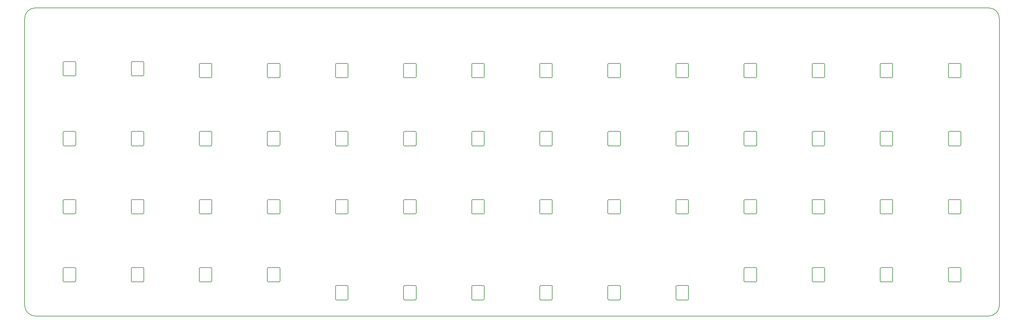
<source format=gko>
G04 #@! TF.GenerationSoftware,KiCad,Pcbnew,(5.0.2-4-g3082e92af)*
G04 #@! TF.CreationDate,2019-03-04T22:38:37+01:00*
G04 #@! TF.ProjectId,ortho56,6f727468-6f35-4362-9e6b-696361645f70,rev?*
G04 #@! TF.SameCoordinates,Original*
G04 #@! TF.FileFunction,Profile,NP*
%FSLAX46Y46*%
G04 Gerber Fmt 4.6, Leading zero omitted, Abs format (unit mm)*
G04 Created by KiCad (PCBNEW (5.0.2-4-g3082e92af)) date 2019 March 04, Monday 22:38:37*
%MOMM*%
%LPD*%
G01*
G04 APERTURE LIST*
%ADD10C,0.150000*%
G04 #@! TA.AperFunction,NonConductor*
%ADD11C,0.150000*%
G04 #@! TD*
G04 APERTURE END LIST*
D10*
X15832500Y-17771250D02*
X281832500Y-17771250D01*
X12832500Y-100771250D02*
X12832500Y-20771250D01*
X281832500Y-103771250D02*
X15832500Y-103771250D01*
X284832500Y-20771250D02*
X284832500Y-100771250D01*
X12832500Y-20771250D02*
G75*
G02X15832500Y-17771250I3000000J0D01*
G01*
X281832500Y-17771250D02*
G75*
G02X284832500Y-20771250I0J-3000000D01*
G01*
X15832500Y-103771250D02*
G75*
G02X12832500Y-100771250I0J3000000D01*
G01*
X284832500Y-100771250D02*
G75*
G02X281832500Y-103771250I-3000000J0D01*
G01*
D11*
G04 #@! TO.C,L25*
X141082500Y-36971250D02*
X141082500Y-33521250D01*
X137882500Y-37271250D02*
X140782500Y-37271250D01*
X137582500Y-33521250D02*
X137582500Y-36971250D01*
X140832500Y-33271250D02*
X137882500Y-33271250D01*
X141082500Y-36971250D02*
G75*
G02X140782500Y-37271250I-300000J0D01*
G01*
X137882500Y-37271250D02*
G75*
G02X137582500Y-36971250I0J300000D01*
G01*
X140832500Y-33271250D02*
G75*
G02X141082500Y-33521250I0J-250000D01*
G01*
X137585515Y-33528824D02*
G75*
G02X137882500Y-33271250I296985J-42426D01*
G01*
G04 #@! TO.C,L1*
X27082500Y-36471250D02*
X27082500Y-33021250D01*
X23882500Y-36771250D02*
X26782500Y-36771250D01*
X23582500Y-33021250D02*
X23582500Y-36471250D01*
X26832500Y-32771250D02*
X23882500Y-32771250D01*
X27082500Y-36471250D02*
G75*
G02X26782500Y-36771250I-300000J0D01*
G01*
X23882500Y-36771250D02*
G75*
G02X23582500Y-36471250I0J300000D01*
G01*
X26832500Y-32771250D02*
G75*
G02X27082500Y-33021250I0J-250000D01*
G01*
X23585515Y-33028824D02*
G75*
G02X23882500Y-32771250I296985J-42426D01*
G01*
G04 #@! TO.C,L2*
X27082500Y-55971250D02*
X27082500Y-52521250D01*
X23882500Y-56271250D02*
X26782500Y-56271250D01*
X23582500Y-52521250D02*
X23582500Y-55971250D01*
X26832500Y-52271250D02*
X23882500Y-52271250D01*
X27082500Y-55971250D02*
G75*
G02X26782500Y-56271250I-300000J0D01*
G01*
X23882500Y-56271250D02*
G75*
G02X23582500Y-55971250I0J300000D01*
G01*
X26832500Y-52271250D02*
G75*
G02X27082500Y-52521250I0J-250000D01*
G01*
X23585515Y-52528824D02*
G75*
G02X23882500Y-52271250I296985J-42426D01*
G01*
G04 #@! TO.C,L3*
X27082500Y-74971250D02*
X27082500Y-71521250D01*
X23882500Y-75271250D02*
X26782500Y-75271250D01*
X23582500Y-71521250D02*
X23582500Y-74971250D01*
X26832500Y-71271250D02*
X23882500Y-71271250D01*
X27082500Y-74971250D02*
G75*
G02X26782500Y-75271250I-300000J0D01*
G01*
X23882500Y-75271250D02*
G75*
G02X23582500Y-74971250I0J300000D01*
G01*
X26832500Y-71271250D02*
G75*
G02X27082500Y-71521250I0J-250000D01*
G01*
X23585515Y-71528824D02*
G75*
G02X23882500Y-71271250I296985J-42426D01*
G01*
G04 #@! TO.C,L4*
X27082500Y-93971250D02*
X27082500Y-90521250D01*
X23882500Y-94271250D02*
X26782500Y-94271250D01*
X23582500Y-90521250D02*
X23582500Y-93971250D01*
X26832500Y-90271250D02*
X23882500Y-90271250D01*
X27082500Y-93971250D02*
G75*
G02X26782500Y-94271250I-300000J0D01*
G01*
X23882500Y-94271250D02*
G75*
G02X23582500Y-93971250I0J300000D01*
G01*
X26832500Y-90271250D02*
G75*
G02X27082500Y-90521250I0J-250000D01*
G01*
X23585515Y-90528824D02*
G75*
G02X23882500Y-90271250I296985J-42426D01*
G01*
G04 #@! TO.C,L5*
X46082500Y-36471250D02*
X46082500Y-33021250D01*
X42882500Y-36771250D02*
X45782500Y-36771250D01*
X42582500Y-33021250D02*
X42582500Y-36471250D01*
X45832500Y-32771250D02*
X42882500Y-32771250D01*
X46082500Y-36471250D02*
G75*
G02X45782500Y-36771250I-300000J0D01*
G01*
X42882500Y-36771250D02*
G75*
G02X42582500Y-36471250I0J300000D01*
G01*
X45832500Y-32771250D02*
G75*
G02X46082500Y-33021250I0J-250000D01*
G01*
X42585515Y-33028824D02*
G75*
G02X42882500Y-32771250I296985J-42426D01*
G01*
G04 #@! TO.C,L6*
X46082500Y-55971250D02*
X46082500Y-52521250D01*
X42882500Y-56271250D02*
X45782500Y-56271250D01*
X42582500Y-52521250D02*
X42582500Y-55971250D01*
X45832500Y-52271250D02*
X42882500Y-52271250D01*
X46082500Y-55971250D02*
G75*
G02X45782500Y-56271250I-300000J0D01*
G01*
X42882500Y-56271250D02*
G75*
G02X42582500Y-55971250I0J300000D01*
G01*
X45832500Y-52271250D02*
G75*
G02X46082500Y-52521250I0J-250000D01*
G01*
X42585515Y-52528824D02*
G75*
G02X42882500Y-52271250I296985J-42426D01*
G01*
G04 #@! TO.C,L7*
X46082500Y-74971250D02*
X46082500Y-71521250D01*
X42882500Y-75271250D02*
X45782500Y-75271250D01*
X42582500Y-71521250D02*
X42582500Y-74971250D01*
X45832500Y-71271250D02*
X42882500Y-71271250D01*
X46082500Y-74971250D02*
G75*
G02X45782500Y-75271250I-300000J0D01*
G01*
X42882500Y-75271250D02*
G75*
G02X42582500Y-74971250I0J300000D01*
G01*
X45832500Y-71271250D02*
G75*
G02X46082500Y-71521250I0J-250000D01*
G01*
X42585515Y-71528824D02*
G75*
G02X42882500Y-71271250I296985J-42426D01*
G01*
G04 #@! TO.C,L8*
X46082500Y-93971250D02*
X46082500Y-90521250D01*
X42882500Y-94271250D02*
X45782500Y-94271250D01*
X42582500Y-90521250D02*
X42582500Y-93971250D01*
X45832500Y-90271250D02*
X42882500Y-90271250D01*
X46082500Y-93971250D02*
G75*
G02X45782500Y-94271250I-300000J0D01*
G01*
X42882500Y-94271250D02*
G75*
G02X42582500Y-93971250I0J300000D01*
G01*
X45832500Y-90271250D02*
G75*
G02X46082500Y-90521250I0J-250000D01*
G01*
X42585515Y-90528824D02*
G75*
G02X42882500Y-90271250I296985J-42426D01*
G01*
G04 #@! TO.C,L9*
X65082500Y-36971250D02*
X65082500Y-33521250D01*
X61882500Y-37271250D02*
X64782500Y-37271250D01*
X61582500Y-33521250D02*
X61582500Y-36971250D01*
X64832500Y-33271250D02*
X61882500Y-33271250D01*
X65082500Y-36971250D02*
G75*
G02X64782500Y-37271250I-300000J0D01*
G01*
X61882500Y-37271250D02*
G75*
G02X61582500Y-36971250I0J300000D01*
G01*
X64832500Y-33271250D02*
G75*
G02X65082500Y-33521250I0J-250000D01*
G01*
X61585515Y-33528824D02*
G75*
G02X61882500Y-33271250I296985J-42426D01*
G01*
G04 #@! TO.C,L10*
X65082500Y-55971250D02*
X65082500Y-52521250D01*
X61882500Y-56271250D02*
X64782500Y-56271250D01*
X61582500Y-52521250D02*
X61582500Y-55971250D01*
X64832500Y-52271250D02*
X61882500Y-52271250D01*
X65082500Y-55971250D02*
G75*
G02X64782500Y-56271250I-300000J0D01*
G01*
X61882500Y-56271250D02*
G75*
G02X61582500Y-55971250I0J300000D01*
G01*
X64832500Y-52271250D02*
G75*
G02X65082500Y-52521250I0J-250000D01*
G01*
X61585515Y-52528824D02*
G75*
G02X61882500Y-52271250I296985J-42426D01*
G01*
G04 #@! TO.C,L11*
X65082500Y-74971250D02*
X65082500Y-71521250D01*
X61882500Y-75271250D02*
X64782500Y-75271250D01*
X61582500Y-71521250D02*
X61582500Y-74971250D01*
X64832500Y-71271250D02*
X61882500Y-71271250D01*
X65082500Y-74971250D02*
G75*
G02X64782500Y-75271250I-300000J0D01*
G01*
X61882500Y-75271250D02*
G75*
G02X61582500Y-74971250I0J300000D01*
G01*
X64832500Y-71271250D02*
G75*
G02X65082500Y-71521250I0J-250000D01*
G01*
X61585515Y-71528824D02*
G75*
G02X61882500Y-71271250I296985J-42426D01*
G01*
G04 #@! TO.C,L12*
X65082500Y-93971250D02*
X65082500Y-90521250D01*
X61882500Y-94271250D02*
X64782500Y-94271250D01*
X61582500Y-90521250D02*
X61582500Y-93971250D01*
X64832500Y-90271250D02*
X61882500Y-90271250D01*
X65082500Y-93971250D02*
G75*
G02X64782500Y-94271250I-300000J0D01*
G01*
X61882500Y-94271250D02*
G75*
G02X61582500Y-93971250I0J300000D01*
G01*
X64832500Y-90271250D02*
G75*
G02X65082500Y-90521250I0J-250000D01*
G01*
X61585515Y-90528824D02*
G75*
G02X61882500Y-90271250I296985J-42426D01*
G01*
G04 #@! TO.C,L13*
X84082500Y-36971250D02*
X84082500Y-33521250D01*
X80882500Y-37271250D02*
X83782500Y-37271250D01*
X80582500Y-33521250D02*
X80582500Y-36971250D01*
X83832500Y-33271250D02*
X80882500Y-33271250D01*
X84082500Y-36971250D02*
G75*
G02X83782500Y-37271250I-300000J0D01*
G01*
X80882500Y-37271250D02*
G75*
G02X80582500Y-36971250I0J300000D01*
G01*
X83832500Y-33271250D02*
G75*
G02X84082500Y-33521250I0J-250000D01*
G01*
X80585515Y-33528824D02*
G75*
G02X80882500Y-33271250I296985J-42426D01*
G01*
G04 #@! TO.C,L14*
X84082500Y-55971250D02*
X84082500Y-52521250D01*
X80882500Y-56271250D02*
X83782500Y-56271250D01*
X80582500Y-52521250D02*
X80582500Y-55971250D01*
X83832500Y-52271250D02*
X80882500Y-52271250D01*
X84082500Y-55971250D02*
G75*
G02X83782500Y-56271250I-300000J0D01*
G01*
X80882500Y-56271250D02*
G75*
G02X80582500Y-55971250I0J300000D01*
G01*
X83832500Y-52271250D02*
G75*
G02X84082500Y-52521250I0J-250000D01*
G01*
X80585515Y-52528824D02*
G75*
G02X80882500Y-52271250I296985J-42426D01*
G01*
G04 #@! TO.C,L15*
X84082500Y-74971250D02*
X84082500Y-71521250D01*
X80882500Y-75271250D02*
X83782500Y-75271250D01*
X80582500Y-71521250D02*
X80582500Y-74971250D01*
X83832500Y-71271250D02*
X80882500Y-71271250D01*
X84082500Y-74971250D02*
G75*
G02X83782500Y-75271250I-300000J0D01*
G01*
X80882500Y-75271250D02*
G75*
G02X80582500Y-74971250I0J300000D01*
G01*
X83832500Y-71271250D02*
G75*
G02X84082500Y-71521250I0J-250000D01*
G01*
X80585515Y-71528824D02*
G75*
G02X80882500Y-71271250I296985J-42426D01*
G01*
G04 #@! TO.C,L16*
X84082500Y-93971250D02*
X84082500Y-90521250D01*
X80882500Y-94271250D02*
X83782500Y-94271250D01*
X80582500Y-90521250D02*
X80582500Y-93971250D01*
X83832500Y-90271250D02*
X80882500Y-90271250D01*
X84082500Y-93971250D02*
G75*
G02X83782500Y-94271250I-300000J0D01*
G01*
X80882500Y-94271250D02*
G75*
G02X80582500Y-93971250I0J300000D01*
G01*
X83832500Y-90271250D02*
G75*
G02X84082500Y-90521250I0J-250000D01*
G01*
X80585515Y-90528824D02*
G75*
G02X80882500Y-90271250I296985J-42426D01*
G01*
G04 #@! TO.C,L17*
X103082500Y-36971250D02*
X103082500Y-33521250D01*
X99882500Y-37271250D02*
X102782500Y-37271250D01*
X99582500Y-33521250D02*
X99582500Y-36971250D01*
X102832500Y-33271250D02*
X99882500Y-33271250D01*
X103082500Y-36971250D02*
G75*
G02X102782500Y-37271250I-300000J0D01*
G01*
X99882500Y-37271250D02*
G75*
G02X99582500Y-36971250I0J300000D01*
G01*
X102832500Y-33271250D02*
G75*
G02X103082500Y-33521250I0J-250000D01*
G01*
X99585515Y-33528824D02*
G75*
G02X99882500Y-33271250I296985J-42426D01*
G01*
G04 #@! TO.C,L18*
X103082500Y-55971250D02*
X103082500Y-52521250D01*
X99882500Y-56271250D02*
X102782500Y-56271250D01*
X99582500Y-52521250D02*
X99582500Y-55971250D01*
X102832500Y-52271250D02*
X99882500Y-52271250D01*
X103082500Y-55971250D02*
G75*
G02X102782500Y-56271250I-300000J0D01*
G01*
X99882500Y-56271250D02*
G75*
G02X99582500Y-55971250I0J300000D01*
G01*
X102832500Y-52271250D02*
G75*
G02X103082500Y-52521250I0J-250000D01*
G01*
X99585515Y-52528824D02*
G75*
G02X99882500Y-52271250I296985J-42426D01*
G01*
G04 #@! TO.C,L19*
X103082500Y-74971250D02*
X103082500Y-71521250D01*
X99882500Y-75271250D02*
X102782500Y-75271250D01*
X99582500Y-71521250D02*
X99582500Y-74971250D01*
X102832500Y-71271250D02*
X99882500Y-71271250D01*
X103082500Y-74971250D02*
G75*
G02X102782500Y-75271250I-300000J0D01*
G01*
X99882500Y-75271250D02*
G75*
G02X99582500Y-74971250I0J300000D01*
G01*
X102832500Y-71271250D02*
G75*
G02X103082500Y-71521250I0J-250000D01*
G01*
X99585515Y-71528824D02*
G75*
G02X99882500Y-71271250I296985J-42426D01*
G01*
G04 #@! TO.C,L20*
X103082500Y-98971250D02*
X103082500Y-95521250D01*
X99882500Y-99271250D02*
X102782500Y-99271250D01*
X99582500Y-95521250D02*
X99582500Y-98971250D01*
X102832500Y-95271250D02*
X99882500Y-95271250D01*
X103082500Y-98971250D02*
G75*
G02X102782500Y-99271250I-300000J0D01*
G01*
X99882500Y-99271250D02*
G75*
G02X99582500Y-98971250I0J300000D01*
G01*
X102832500Y-95271250D02*
G75*
G02X103082500Y-95521250I0J-250000D01*
G01*
X99585515Y-95528824D02*
G75*
G02X99882500Y-95271250I296985J-42426D01*
G01*
G04 #@! TO.C,L21*
X122082500Y-36971250D02*
X122082500Y-33521250D01*
X118882500Y-37271250D02*
X121782500Y-37271250D01*
X118582500Y-33521250D02*
X118582500Y-36971250D01*
X121832500Y-33271250D02*
X118882500Y-33271250D01*
X122082500Y-36971250D02*
G75*
G02X121782500Y-37271250I-300000J0D01*
G01*
X118882500Y-37271250D02*
G75*
G02X118582500Y-36971250I0J300000D01*
G01*
X121832500Y-33271250D02*
G75*
G02X122082500Y-33521250I0J-250000D01*
G01*
X118585515Y-33528824D02*
G75*
G02X118882500Y-33271250I296985J-42426D01*
G01*
G04 #@! TO.C,L22*
X122082500Y-55971250D02*
X122082500Y-52521250D01*
X118882500Y-56271250D02*
X121782500Y-56271250D01*
X118582500Y-52521250D02*
X118582500Y-55971250D01*
X121832500Y-52271250D02*
X118882500Y-52271250D01*
X122082500Y-55971250D02*
G75*
G02X121782500Y-56271250I-300000J0D01*
G01*
X118882500Y-56271250D02*
G75*
G02X118582500Y-55971250I0J300000D01*
G01*
X121832500Y-52271250D02*
G75*
G02X122082500Y-52521250I0J-250000D01*
G01*
X118585515Y-52528824D02*
G75*
G02X118882500Y-52271250I296985J-42426D01*
G01*
G04 #@! TO.C,L23*
X122082500Y-74971250D02*
X122082500Y-71521250D01*
X118882500Y-75271250D02*
X121782500Y-75271250D01*
X118582500Y-71521250D02*
X118582500Y-74971250D01*
X121832500Y-71271250D02*
X118882500Y-71271250D01*
X122082500Y-74971250D02*
G75*
G02X121782500Y-75271250I-300000J0D01*
G01*
X118882500Y-75271250D02*
G75*
G02X118582500Y-74971250I0J300000D01*
G01*
X121832500Y-71271250D02*
G75*
G02X122082500Y-71521250I0J-250000D01*
G01*
X118585515Y-71528824D02*
G75*
G02X118882500Y-71271250I296985J-42426D01*
G01*
G04 #@! TO.C,L24*
X122082500Y-98971250D02*
X122082500Y-95521250D01*
X118882500Y-99271250D02*
X121782500Y-99271250D01*
X118582500Y-95521250D02*
X118582500Y-98971250D01*
X121832500Y-95271250D02*
X118882500Y-95271250D01*
X122082500Y-98971250D02*
G75*
G02X121782500Y-99271250I-300000J0D01*
G01*
X118882500Y-99271250D02*
G75*
G02X118582500Y-98971250I0J300000D01*
G01*
X121832500Y-95271250D02*
G75*
G02X122082500Y-95521250I0J-250000D01*
G01*
X118585515Y-95528824D02*
G75*
G02X118882500Y-95271250I296985J-42426D01*
G01*
G04 #@! TO.C,L26*
X141082500Y-55971250D02*
X141082500Y-52521250D01*
X137882500Y-56271250D02*
X140782500Y-56271250D01*
X137582500Y-52521250D02*
X137582500Y-55971250D01*
X140832500Y-52271250D02*
X137882500Y-52271250D01*
X141082500Y-55971250D02*
G75*
G02X140782500Y-56271250I-300000J0D01*
G01*
X137882500Y-56271250D02*
G75*
G02X137582500Y-55971250I0J300000D01*
G01*
X140832500Y-52271250D02*
G75*
G02X141082500Y-52521250I0J-250000D01*
G01*
X137585515Y-52528824D02*
G75*
G02X137882500Y-52271250I296985J-42426D01*
G01*
G04 #@! TO.C,L27*
X141082500Y-74971250D02*
X141082500Y-71521250D01*
X137882500Y-75271250D02*
X140782500Y-75271250D01*
X137582500Y-71521250D02*
X137582500Y-74971250D01*
X140832500Y-71271250D02*
X137882500Y-71271250D01*
X141082500Y-74971250D02*
G75*
G02X140782500Y-75271250I-300000J0D01*
G01*
X137882500Y-75271250D02*
G75*
G02X137582500Y-74971250I0J300000D01*
G01*
X140832500Y-71271250D02*
G75*
G02X141082500Y-71521250I0J-250000D01*
G01*
X137585515Y-71528824D02*
G75*
G02X137882500Y-71271250I296985J-42426D01*
G01*
G04 #@! TO.C,L28*
X141082500Y-98971250D02*
X141082500Y-95521250D01*
X137882500Y-99271250D02*
X140782500Y-99271250D01*
X137582500Y-95521250D02*
X137582500Y-98971250D01*
X140832500Y-95271250D02*
X137882500Y-95271250D01*
X141082500Y-98971250D02*
G75*
G02X140782500Y-99271250I-300000J0D01*
G01*
X137882500Y-99271250D02*
G75*
G02X137582500Y-98971250I0J300000D01*
G01*
X140832500Y-95271250D02*
G75*
G02X141082500Y-95521250I0J-250000D01*
G01*
X137585515Y-95528824D02*
G75*
G02X137882500Y-95271250I296985J-42426D01*
G01*
G04 #@! TO.C,L29*
X160082500Y-36971250D02*
X160082500Y-33521250D01*
X156882500Y-37271250D02*
X159782500Y-37271250D01*
X156582500Y-33521250D02*
X156582500Y-36971250D01*
X159832500Y-33271250D02*
X156882500Y-33271250D01*
X160082500Y-36971250D02*
G75*
G02X159782500Y-37271250I-300000J0D01*
G01*
X156882500Y-37271250D02*
G75*
G02X156582500Y-36971250I0J300000D01*
G01*
X159832500Y-33271250D02*
G75*
G02X160082500Y-33521250I0J-250000D01*
G01*
X156585515Y-33528824D02*
G75*
G02X156882500Y-33271250I296985J-42426D01*
G01*
G04 #@! TO.C,L30*
X160082500Y-55971250D02*
X160082500Y-52521250D01*
X156882500Y-56271250D02*
X159782500Y-56271250D01*
X156582500Y-52521250D02*
X156582500Y-55971250D01*
X159832500Y-52271250D02*
X156882500Y-52271250D01*
X160082500Y-55971250D02*
G75*
G02X159782500Y-56271250I-300000J0D01*
G01*
X156882500Y-56271250D02*
G75*
G02X156582500Y-55971250I0J300000D01*
G01*
X159832500Y-52271250D02*
G75*
G02X160082500Y-52521250I0J-250000D01*
G01*
X156585515Y-52528824D02*
G75*
G02X156882500Y-52271250I296985J-42426D01*
G01*
G04 #@! TO.C,L31*
X160082500Y-74971250D02*
X160082500Y-71521250D01*
X156882500Y-75271250D02*
X159782500Y-75271250D01*
X156582500Y-71521250D02*
X156582500Y-74971250D01*
X159832500Y-71271250D02*
X156882500Y-71271250D01*
X160082500Y-74971250D02*
G75*
G02X159782500Y-75271250I-300000J0D01*
G01*
X156882500Y-75271250D02*
G75*
G02X156582500Y-74971250I0J300000D01*
G01*
X159832500Y-71271250D02*
G75*
G02X160082500Y-71521250I0J-250000D01*
G01*
X156585515Y-71528824D02*
G75*
G02X156882500Y-71271250I296985J-42426D01*
G01*
G04 #@! TO.C,L32*
X160082500Y-98971250D02*
X160082500Y-95521250D01*
X156882500Y-99271250D02*
X159782500Y-99271250D01*
X156582500Y-95521250D02*
X156582500Y-98971250D01*
X159832500Y-95271250D02*
X156882500Y-95271250D01*
X160082500Y-98971250D02*
G75*
G02X159782500Y-99271250I-300000J0D01*
G01*
X156882500Y-99271250D02*
G75*
G02X156582500Y-98971250I0J300000D01*
G01*
X159832500Y-95271250D02*
G75*
G02X160082500Y-95521250I0J-250000D01*
G01*
X156585515Y-95528824D02*
G75*
G02X156882500Y-95271250I296985J-42426D01*
G01*
G04 #@! TO.C,L33*
X179082500Y-36971250D02*
X179082500Y-33521250D01*
X175882500Y-37271250D02*
X178782500Y-37271250D01*
X175582500Y-33521250D02*
X175582500Y-36971250D01*
X178832500Y-33271250D02*
X175882500Y-33271250D01*
X179082500Y-36971250D02*
G75*
G02X178782500Y-37271250I-300000J0D01*
G01*
X175882500Y-37271250D02*
G75*
G02X175582500Y-36971250I0J300000D01*
G01*
X178832500Y-33271250D02*
G75*
G02X179082500Y-33521250I0J-250000D01*
G01*
X175585515Y-33528824D02*
G75*
G02X175882500Y-33271250I296985J-42426D01*
G01*
G04 #@! TO.C,L34*
X179082500Y-55971250D02*
X179082500Y-52521250D01*
X175882500Y-56271250D02*
X178782500Y-56271250D01*
X175582500Y-52521250D02*
X175582500Y-55971250D01*
X178832500Y-52271250D02*
X175882500Y-52271250D01*
X179082500Y-55971250D02*
G75*
G02X178782500Y-56271250I-300000J0D01*
G01*
X175882500Y-56271250D02*
G75*
G02X175582500Y-55971250I0J300000D01*
G01*
X178832500Y-52271250D02*
G75*
G02X179082500Y-52521250I0J-250000D01*
G01*
X175585515Y-52528824D02*
G75*
G02X175882500Y-52271250I296985J-42426D01*
G01*
G04 #@! TO.C,L35*
X179082500Y-74971250D02*
X179082500Y-71521250D01*
X175882500Y-75271250D02*
X178782500Y-75271250D01*
X175582500Y-71521250D02*
X175582500Y-74971250D01*
X178832500Y-71271250D02*
X175882500Y-71271250D01*
X179082500Y-74971250D02*
G75*
G02X178782500Y-75271250I-300000J0D01*
G01*
X175882500Y-75271250D02*
G75*
G02X175582500Y-74971250I0J300000D01*
G01*
X178832500Y-71271250D02*
G75*
G02X179082500Y-71521250I0J-250000D01*
G01*
X175585515Y-71528824D02*
G75*
G02X175882500Y-71271250I296985J-42426D01*
G01*
G04 #@! TO.C,L36*
X179082500Y-98971250D02*
X179082500Y-95521250D01*
X175882500Y-99271250D02*
X178782500Y-99271250D01*
X175582500Y-95521250D02*
X175582500Y-98971250D01*
X178832500Y-95271250D02*
X175882500Y-95271250D01*
X179082500Y-98971250D02*
G75*
G02X178782500Y-99271250I-300000J0D01*
G01*
X175882500Y-99271250D02*
G75*
G02X175582500Y-98971250I0J300000D01*
G01*
X178832500Y-95271250D02*
G75*
G02X179082500Y-95521250I0J-250000D01*
G01*
X175585515Y-95528824D02*
G75*
G02X175882500Y-95271250I296985J-42426D01*
G01*
G04 #@! TO.C,L37*
X198082500Y-36971250D02*
X198082500Y-33521250D01*
X194882500Y-37271250D02*
X197782500Y-37271250D01*
X194582500Y-33521250D02*
X194582500Y-36971250D01*
X197832500Y-33271250D02*
X194882500Y-33271250D01*
X198082500Y-36971250D02*
G75*
G02X197782500Y-37271250I-300000J0D01*
G01*
X194882500Y-37271250D02*
G75*
G02X194582500Y-36971250I0J300000D01*
G01*
X197832500Y-33271250D02*
G75*
G02X198082500Y-33521250I0J-250000D01*
G01*
X194585515Y-33528824D02*
G75*
G02X194882500Y-33271250I296985J-42426D01*
G01*
G04 #@! TO.C,L38*
X198082500Y-55971250D02*
X198082500Y-52521250D01*
X194882500Y-56271250D02*
X197782500Y-56271250D01*
X194582500Y-52521250D02*
X194582500Y-55971250D01*
X197832500Y-52271250D02*
X194882500Y-52271250D01*
X198082500Y-55971250D02*
G75*
G02X197782500Y-56271250I-300000J0D01*
G01*
X194882500Y-56271250D02*
G75*
G02X194582500Y-55971250I0J300000D01*
G01*
X197832500Y-52271250D02*
G75*
G02X198082500Y-52521250I0J-250000D01*
G01*
X194585515Y-52528824D02*
G75*
G02X194882500Y-52271250I296985J-42426D01*
G01*
G04 #@! TO.C,L39*
X198082500Y-74971250D02*
X198082500Y-71521250D01*
X194882500Y-75271250D02*
X197782500Y-75271250D01*
X194582500Y-71521250D02*
X194582500Y-74971250D01*
X197832500Y-71271250D02*
X194882500Y-71271250D01*
X198082500Y-74971250D02*
G75*
G02X197782500Y-75271250I-300000J0D01*
G01*
X194882500Y-75271250D02*
G75*
G02X194582500Y-74971250I0J300000D01*
G01*
X197832500Y-71271250D02*
G75*
G02X198082500Y-71521250I0J-250000D01*
G01*
X194585515Y-71528824D02*
G75*
G02X194882500Y-71271250I296985J-42426D01*
G01*
G04 #@! TO.C,L40*
X198082500Y-98971250D02*
X198082500Y-95521250D01*
X194882500Y-99271250D02*
X197782500Y-99271250D01*
X194582500Y-95521250D02*
X194582500Y-98971250D01*
X197832500Y-95271250D02*
X194882500Y-95271250D01*
X198082500Y-98971250D02*
G75*
G02X197782500Y-99271250I-300000J0D01*
G01*
X194882500Y-99271250D02*
G75*
G02X194582500Y-98971250I0J300000D01*
G01*
X197832500Y-95271250D02*
G75*
G02X198082500Y-95521250I0J-250000D01*
G01*
X194585515Y-95528824D02*
G75*
G02X194882500Y-95271250I296985J-42426D01*
G01*
G04 #@! TO.C,L41*
X217082500Y-36971250D02*
X217082500Y-33521250D01*
X213882500Y-37271250D02*
X216782500Y-37271250D01*
X213582500Y-33521250D02*
X213582500Y-36971250D01*
X216832500Y-33271250D02*
X213882500Y-33271250D01*
X217082500Y-36971250D02*
G75*
G02X216782500Y-37271250I-300000J0D01*
G01*
X213882500Y-37271250D02*
G75*
G02X213582500Y-36971250I0J300000D01*
G01*
X216832500Y-33271250D02*
G75*
G02X217082500Y-33521250I0J-250000D01*
G01*
X213585515Y-33528824D02*
G75*
G02X213882500Y-33271250I296985J-42426D01*
G01*
G04 #@! TO.C,L42*
X217082500Y-55971250D02*
X217082500Y-52521250D01*
X213882500Y-56271250D02*
X216782500Y-56271250D01*
X213582500Y-52521250D02*
X213582500Y-55971250D01*
X216832500Y-52271250D02*
X213882500Y-52271250D01*
X217082500Y-55971250D02*
G75*
G02X216782500Y-56271250I-300000J0D01*
G01*
X213882500Y-56271250D02*
G75*
G02X213582500Y-55971250I0J300000D01*
G01*
X216832500Y-52271250D02*
G75*
G02X217082500Y-52521250I0J-250000D01*
G01*
X213585515Y-52528824D02*
G75*
G02X213882500Y-52271250I296985J-42426D01*
G01*
G04 #@! TO.C,L43*
X217082500Y-74971250D02*
X217082500Y-71521250D01*
X213882500Y-75271250D02*
X216782500Y-75271250D01*
X213582500Y-71521250D02*
X213582500Y-74971250D01*
X216832500Y-71271250D02*
X213882500Y-71271250D01*
X217082500Y-74971250D02*
G75*
G02X216782500Y-75271250I-300000J0D01*
G01*
X213882500Y-75271250D02*
G75*
G02X213582500Y-74971250I0J300000D01*
G01*
X216832500Y-71271250D02*
G75*
G02X217082500Y-71521250I0J-250000D01*
G01*
X213585515Y-71528824D02*
G75*
G02X213882500Y-71271250I296985J-42426D01*
G01*
G04 #@! TO.C,L44*
X217082500Y-93971250D02*
X217082500Y-90521250D01*
X213882500Y-94271250D02*
X216782500Y-94271250D01*
X213582500Y-90521250D02*
X213582500Y-93971250D01*
X216832500Y-90271250D02*
X213882500Y-90271250D01*
X217082500Y-93971250D02*
G75*
G02X216782500Y-94271250I-300000J0D01*
G01*
X213882500Y-94271250D02*
G75*
G02X213582500Y-93971250I0J300000D01*
G01*
X216832500Y-90271250D02*
G75*
G02X217082500Y-90521250I0J-250000D01*
G01*
X213585515Y-90528824D02*
G75*
G02X213882500Y-90271250I296985J-42426D01*
G01*
G04 #@! TO.C,L45*
X236082500Y-36971250D02*
X236082500Y-33521250D01*
X232882500Y-37271250D02*
X235782500Y-37271250D01*
X232582500Y-33521250D02*
X232582500Y-36971250D01*
X235832500Y-33271250D02*
X232882500Y-33271250D01*
X236082500Y-36971250D02*
G75*
G02X235782500Y-37271250I-300000J0D01*
G01*
X232882500Y-37271250D02*
G75*
G02X232582500Y-36971250I0J300000D01*
G01*
X235832500Y-33271250D02*
G75*
G02X236082500Y-33521250I0J-250000D01*
G01*
X232585515Y-33528824D02*
G75*
G02X232882500Y-33271250I296985J-42426D01*
G01*
G04 #@! TO.C,L46*
X236082500Y-55971250D02*
X236082500Y-52521250D01*
X232882500Y-56271250D02*
X235782500Y-56271250D01*
X232582500Y-52521250D02*
X232582500Y-55971250D01*
X235832500Y-52271250D02*
X232882500Y-52271250D01*
X236082500Y-55971250D02*
G75*
G02X235782500Y-56271250I-300000J0D01*
G01*
X232882500Y-56271250D02*
G75*
G02X232582500Y-55971250I0J300000D01*
G01*
X235832500Y-52271250D02*
G75*
G02X236082500Y-52521250I0J-250000D01*
G01*
X232585515Y-52528824D02*
G75*
G02X232882500Y-52271250I296985J-42426D01*
G01*
G04 #@! TO.C,L47*
X236082500Y-74971250D02*
X236082500Y-71521250D01*
X232882500Y-75271250D02*
X235782500Y-75271250D01*
X232582500Y-71521250D02*
X232582500Y-74971250D01*
X235832500Y-71271250D02*
X232882500Y-71271250D01*
X236082500Y-74971250D02*
G75*
G02X235782500Y-75271250I-300000J0D01*
G01*
X232882500Y-75271250D02*
G75*
G02X232582500Y-74971250I0J300000D01*
G01*
X235832500Y-71271250D02*
G75*
G02X236082500Y-71521250I0J-250000D01*
G01*
X232585515Y-71528824D02*
G75*
G02X232882500Y-71271250I296985J-42426D01*
G01*
G04 #@! TO.C,L48*
X236082500Y-93971250D02*
X236082500Y-90521250D01*
X232882500Y-94271250D02*
X235782500Y-94271250D01*
X232582500Y-90521250D02*
X232582500Y-93971250D01*
X235832500Y-90271250D02*
X232882500Y-90271250D01*
X236082500Y-93971250D02*
G75*
G02X235782500Y-94271250I-300000J0D01*
G01*
X232882500Y-94271250D02*
G75*
G02X232582500Y-93971250I0J300000D01*
G01*
X235832500Y-90271250D02*
G75*
G02X236082500Y-90521250I0J-250000D01*
G01*
X232585515Y-90528824D02*
G75*
G02X232882500Y-90271250I296985J-42426D01*
G01*
G04 #@! TO.C,L49*
X255082500Y-36971250D02*
X255082500Y-33521250D01*
X251882500Y-37271250D02*
X254782500Y-37271250D01*
X251582500Y-33521250D02*
X251582500Y-36971250D01*
X254832500Y-33271250D02*
X251882500Y-33271250D01*
X255082500Y-36971250D02*
G75*
G02X254782500Y-37271250I-300000J0D01*
G01*
X251882500Y-37271250D02*
G75*
G02X251582500Y-36971250I0J300000D01*
G01*
X254832500Y-33271250D02*
G75*
G02X255082500Y-33521250I0J-250000D01*
G01*
X251585515Y-33528824D02*
G75*
G02X251882500Y-33271250I296985J-42426D01*
G01*
G04 #@! TO.C,L50*
X255082500Y-55971250D02*
X255082500Y-52521250D01*
X251882500Y-56271250D02*
X254782500Y-56271250D01*
X251582500Y-52521250D02*
X251582500Y-55971250D01*
X254832500Y-52271250D02*
X251882500Y-52271250D01*
X255082500Y-55971250D02*
G75*
G02X254782500Y-56271250I-300000J0D01*
G01*
X251882500Y-56271250D02*
G75*
G02X251582500Y-55971250I0J300000D01*
G01*
X254832500Y-52271250D02*
G75*
G02X255082500Y-52521250I0J-250000D01*
G01*
X251585515Y-52528824D02*
G75*
G02X251882500Y-52271250I296985J-42426D01*
G01*
G04 #@! TO.C,L51*
X255082500Y-74971250D02*
X255082500Y-71521250D01*
X251882500Y-75271250D02*
X254782500Y-75271250D01*
X251582500Y-71521250D02*
X251582500Y-74971250D01*
X254832500Y-71271250D02*
X251882500Y-71271250D01*
X255082500Y-74971250D02*
G75*
G02X254782500Y-75271250I-300000J0D01*
G01*
X251882500Y-75271250D02*
G75*
G02X251582500Y-74971250I0J300000D01*
G01*
X254832500Y-71271250D02*
G75*
G02X255082500Y-71521250I0J-250000D01*
G01*
X251585515Y-71528824D02*
G75*
G02X251882500Y-71271250I296985J-42426D01*
G01*
G04 #@! TO.C,L52*
X255082500Y-93971250D02*
X255082500Y-90521250D01*
X251882500Y-94271250D02*
X254782500Y-94271250D01*
X251582500Y-90521250D02*
X251582500Y-93971250D01*
X254832500Y-90271250D02*
X251882500Y-90271250D01*
X255082500Y-93971250D02*
G75*
G02X254782500Y-94271250I-300000J0D01*
G01*
X251882500Y-94271250D02*
G75*
G02X251582500Y-93971250I0J300000D01*
G01*
X254832500Y-90271250D02*
G75*
G02X255082500Y-90521250I0J-250000D01*
G01*
X251585515Y-90528824D02*
G75*
G02X251882500Y-90271250I296985J-42426D01*
G01*
G04 #@! TO.C,L53*
X274082500Y-36971250D02*
X274082500Y-33521250D01*
X270882500Y-37271250D02*
X273782500Y-37271250D01*
X270582500Y-33521250D02*
X270582500Y-36971250D01*
X273832500Y-33271250D02*
X270882500Y-33271250D01*
X274082500Y-36971250D02*
G75*
G02X273782500Y-37271250I-300000J0D01*
G01*
X270882500Y-37271250D02*
G75*
G02X270582500Y-36971250I0J300000D01*
G01*
X273832500Y-33271250D02*
G75*
G02X274082500Y-33521250I0J-250000D01*
G01*
X270585515Y-33528824D02*
G75*
G02X270882500Y-33271250I296985J-42426D01*
G01*
G04 #@! TO.C,L54*
X274082500Y-55971250D02*
X274082500Y-52521250D01*
X270882500Y-56271250D02*
X273782500Y-56271250D01*
X270582500Y-52521250D02*
X270582500Y-55971250D01*
X273832500Y-52271250D02*
X270882500Y-52271250D01*
X274082500Y-55971250D02*
G75*
G02X273782500Y-56271250I-300000J0D01*
G01*
X270882500Y-56271250D02*
G75*
G02X270582500Y-55971250I0J300000D01*
G01*
X273832500Y-52271250D02*
G75*
G02X274082500Y-52521250I0J-250000D01*
G01*
X270585515Y-52528824D02*
G75*
G02X270882500Y-52271250I296985J-42426D01*
G01*
G04 #@! TO.C,L55*
X274082500Y-74971250D02*
X274082500Y-71521250D01*
X270882500Y-75271250D02*
X273782500Y-75271250D01*
X270582500Y-71521250D02*
X270582500Y-74971250D01*
X273832500Y-71271250D02*
X270882500Y-71271250D01*
X274082500Y-74971250D02*
G75*
G02X273782500Y-75271250I-300000J0D01*
G01*
X270882500Y-75271250D02*
G75*
G02X270582500Y-74971250I0J300000D01*
G01*
X273832500Y-71271250D02*
G75*
G02X274082500Y-71521250I0J-250000D01*
G01*
X270585515Y-71528824D02*
G75*
G02X270882500Y-71271250I296985J-42426D01*
G01*
G04 #@! TO.C,L56*
X274082500Y-93971250D02*
X274082500Y-90521250D01*
X270882500Y-94271250D02*
X273782500Y-94271250D01*
X270582500Y-90521250D02*
X270582500Y-93971250D01*
X273832500Y-90271250D02*
X270882500Y-90271250D01*
X274082500Y-93971250D02*
G75*
G02X273782500Y-94271250I-300000J0D01*
G01*
X270882500Y-94271250D02*
G75*
G02X270582500Y-93971250I0J300000D01*
G01*
X273832500Y-90271250D02*
G75*
G02X274082500Y-90521250I0J-250000D01*
G01*
X270585515Y-90528824D02*
G75*
G02X270882500Y-90271250I296985J-42426D01*
G01*
G04 #@! TD*
M02*

</source>
